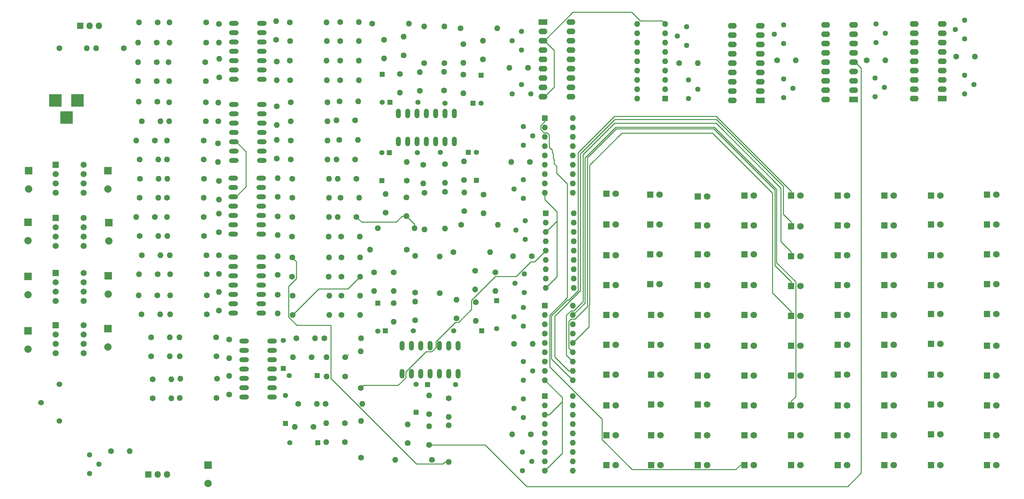
<source format=gbr>
G04 #@! TF.FileFunction,Copper,L2,Inr,Mixed*
%FSLAX46Y46*%
G04 Gerber Fmt 4.6, Leading zero omitted, Abs format (unit mm)*
G04 Created by KiCad (PCBNEW 4.0.7) date 05/30/18 17:14:45*
%MOMM*%
%LPD*%
G01*
G04 APERTURE LIST*
%ADD10C,0.100000*%
%ADD11R,1.600000X1.600000*%
%ADD12O,1.600000X1.600000*%
%ADD13C,1.600000*%
%ADD14R,2.000000X2.000000*%
%ADD15C,2.000000*%
%ADD16R,1.408000X1.408000*%
%ADD17C,1.408000*%
%ADD18R,1.800000X1.800000*%
%ADD19C,1.800000*%
%ADD20R,3.500000X3.500000*%
%ADD21C,1.524000*%
%ADD22C,1.440000*%
%ADD23O,2.641600X1.320800*%
%ADD24O,1.800000X1.800000*%
%ADD25R,1.676400X1.676400*%
%ADD26C,1.676400*%
%ADD27O,1.320800X2.641600*%
%ADD28R,2.400000X1.600000*%
%ADD29O,2.400000X1.600000*%
%ADD30C,0.250000*%
G04 APERTURE END LIST*
D10*
D11*
X245618000Y-72263000D03*
D12*
X237998000Y-51943000D03*
X245618000Y-69723000D03*
X237998000Y-54483000D03*
X245618000Y-67183000D03*
X237998000Y-57023000D03*
X245618000Y-64643000D03*
X237998000Y-59563000D03*
X245618000Y-62103000D03*
X237998000Y-62103000D03*
X245618000Y-59563000D03*
X237998000Y-64643000D03*
X245618000Y-57023000D03*
X237998000Y-67183000D03*
X245618000Y-54483000D03*
X237998000Y-69723000D03*
X245618000Y-51943000D03*
X237998000Y-72263000D03*
D13*
X169471112Y-103321620D03*
D12*
X169471112Y-98241620D03*
D13*
X120650000Y-51562000D03*
D12*
X110650000Y-51562000D03*
D13*
X120617000Y-57023000D03*
D12*
X110617000Y-57023000D03*
D13*
X120523000Y-67564000D03*
D12*
X110523000Y-67564000D03*
D13*
X120396000Y-62357000D03*
D12*
X110396000Y-62357000D03*
D13*
X80638000Y-58547000D03*
D12*
X88138000Y-58547000D03*
D13*
X98178000Y-58547000D03*
D12*
X90678000Y-58547000D03*
D14*
X72263000Y-91901000D03*
D15*
X72263000Y-96901000D03*
D14*
X72136000Y-105998000D03*
D15*
X72136000Y-110998000D03*
D14*
X72136000Y-120730000D03*
D15*
X72136000Y-125730000D03*
D14*
X72136000Y-135509000D03*
D15*
X72136000Y-140509000D03*
D14*
X93980000Y-120523000D03*
D15*
X93980000Y-125523000D03*
D14*
X94107000Y-106045000D03*
D15*
X94107000Y-111045000D03*
D14*
X93853000Y-134954000D03*
D15*
X93853000Y-139954000D03*
D14*
X93853000Y-91901000D03*
D15*
X93853000Y-96901000D03*
D13*
X143416000Y-61976000D03*
D12*
X153416000Y-61976000D03*
D13*
X143510000Y-67310000D03*
D12*
X153510000Y-67310000D03*
D13*
X143510000Y-56642000D03*
D12*
X153510000Y-56642000D03*
D13*
X143416000Y-51562000D03*
D12*
X153416000Y-51562000D03*
D13*
X120523000Y-78486000D03*
D12*
X110523000Y-78486000D03*
D13*
X120523000Y-73279000D03*
D12*
X110523000Y-73279000D03*
D13*
X119982000Y-83693000D03*
D12*
X109982000Y-83693000D03*
D13*
X119982000Y-88900000D03*
D12*
X109982000Y-88900000D03*
D13*
X143670000Y-83693000D03*
D12*
X153670000Y-83693000D03*
D13*
X143670000Y-88900000D03*
D12*
X153670000Y-88900000D03*
D13*
X143670000Y-78486000D03*
D12*
X153670000Y-78486000D03*
D13*
X143670000Y-73279000D03*
D12*
X153670000Y-73279000D03*
D13*
X109982000Y-99314000D03*
D12*
X119982000Y-99314000D03*
D13*
X120015000Y-94107000D03*
D12*
X110015000Y-94107000D03*
D13*
X119982000Y-104521000D03*
D12*
X109982000Y-104521000D03*
D13*
X120015000Y-109728000D03*
D12*
X110015000Y-109728000D03*
D13*
X144051000Y-104521000D03*
D12*
X154051000Y-104521000D03*
D13*
X144018000Y-109855000D03*
D12*
X154018000Y-109855000D03*
D13*
X144051000Y-99314000D03*
D12*
X154051000Y-99314000D03*
D13*
X144051000Y-94107000D03*
D12*
X154051000Y-94107000D03*
D13*
X120777000Y-120142000D03*
D12*
X110777000Y-120142000D03*
D13*
X120744000Y-114935000D03*
D12*
X110744000Y-114935000D03*
D13*
X120777000Y-125857000D03*
D12*
X110777000Y-125857000D03*
D13*
X120777000Y-131064000D03*
D12*
X110777000Y-131064000D03*
D13*
X144178000Y-125984000D03*
D12*
X154178000Y-125984000D03*
D13*
X144178000Y-131191000D03*
D12*
X154178000Y-131191000D03*
D13*
X144018000Y-120777000D03*
D12*
X154018000Y-120777000D03*
D13*
X144051000Y-115570000D03*
D12*
X154051000Y-115570000D03*
D13*
X123444000Y-142494000D03*
D12*
X113444000Y-142494000D03*
D13*
X123317000Y-137287000D03*
D12*
X113317000Y-137287000D03*
D13*
X123571000Y-148590000D03*
D12*
X113571000Y-148590000D03*
D13*
X123411000Y-153797000D03*
D12*
X113411000Y-153797000D03*
D13*
X153162000Y-155448000D03*
D12*
X163162000Y-155448000D03*
D13*
X152781000Y-137541000D03*
D12*
X162781000Y-137541000D03*
D13*
X180086000Y-97941620D03*
D12*
X180086000Y-107941620D03*
D13*
X185671112Y-97641620D03*
D12*
X185671112Y-107641620D03*
D13*
X162814000Y-170053000D03*
D12*
X162814000Y-160053000D03*
D13*
X162687000Y-151130000D03*
D12*
X162687000Y-141130000D03*
D13*
X167371112Y-107541620D03*
D12*
X177371112Y-107541620D03*
D13*
X190071112Y-106641620D03*
D12*
X200071112Y-106641620D03*
D13*
X185471112Y-62641620D03*
D12*
X185471112Y-52641620D03*
D13*
X179971112Y-62641620D03*
D12*
X179971112Y-52641620D03*
D13*
X184256910Y-125282688D03*
D12*
X184256910Y-115282688D03*
D13*
X189871112Y-53141620D03*
D12*
X199871112Y-53141620D03*
D13*
X165871112Y-51841620D03*
D12*
X175871112Y-51841620D03*
D13*
X187972910Y-114106688D03*
D12*
X197972910Y-114106688D03*
D13*
X177507993Y-125141433D03*
D12*
X177507993Y-115141433D03*
D13*
X186703993Y-161251433D03*
D12*
X186703993Y-171251433D03*
D13*
X175260000Y-113411000D03*
D12*
X165260000Y-113411000D03*
D13*
X182131993Y-170649433D03*
D12*
X172131993Y-170649433D03*
D14*
X121158000Y-172085000D03*
D15*
X121158000Y-177085000D03*
D16*
X142240000Y-160782000D03*
D17*
X142240000Y-153162000D03*
D16*
X141605000Y-145796000D03*
D17*
X141605000Y-138176000D03*
D16*
X170534112Y-86995620D03*
D17*
X178154112Y-86995620D03*
D16*
X191971112Y-86941620D03*
D17*
X184351112Y-86941620D03*
D16*
X151003000Y-165989000D03*
D17*
X143383000Y-165989000D03*
D16*
X150876000Y-147701000D03*
D17*
X143256000Y-147701000D03*
D16*
X168471112Y-94651620D03*
D17*
X168471112Y-87031620D03*
D16*
X194171112Y-94551620D03*
D17*
X194171112Y-86931620D03*
D16*
X193267112Y-73533620D03*
D17*
X185647112Y-73533620D03*
D16*
X170661112Y-73279620D03*
D17*
X178281112Y-73279620D03*
D16*
X195686910Y-135531396D03*
D17*
X188066910Y-135531396D03*
D16*
X195471112Y-65931620D03*
D17*
X195471112Y-73551620D03*
D16*
X168571112Y-65631620D03*
D17*
X168571112Y-73251620D03*
D16*
X199750910Y-127314688D03*
D17*
X199750910Y-134934688D03*
D16*
X169397993Y-135541433D03*
D17*
X177017993Y-135541433D03*
D16*
X180954910Y-150174688D03*
D17*
X188574910Y-150174688D03*
D16*
X167407993Y-127941433D03*
D17*
X167407993Y-135561433D03*
D16*
X177813993Y-157695433D03*
D17*
X177813993Y-150075433D03*
D18*
X229616000Y-172085000D03*
D19*
X232156000Y-172085000D03*
D18*
X267208000Y-172085000D03*
D19*
X269748000Y-172085000D03*
D18*
X229616000Y-163957000D03*
D19*
X232156000Y-163957000D03*
D18*
X267208000Y-163957000D03*
D19*
X269748000Y-163957000D03*
D18*
X229616000Y-155829000D03*
D19*
X232156000Y-155829000D03*
D18*
X267208000Y-155829000D03*
D19*
X269748000Y-155829000D03*
D18*
X229616000Y-147447000D03*
D19*
X232156000Y-147447000D03*
D18*
X267208000Y-147701000D03*
D19*
X269748000Y-147701000D03*
D18*
X229616000Y-139319000D03*
D19*
X232156000Y-139319000D03*
D18*
X267208000Y-139573000D03*
D19*
X269748000Y-139573000D03*
D18*
X229616000Y-131191000D03*
D19*
X232156000Y-131191000D03*
D18*
X267208000Y-131191000D03*
D19*
X269748000Y-131191000D03*
D18*
X229616000Y-123063000D03*
D19*
X232156000Y-123063000D03*
D18*
X267208000Y-123063000D03*
D19*
X269748000Y-123063000D03*
D18*
X229616000Y-114935000D03*
D19*
X232156000Y-114935000D03*
D18*
X267208000Y-114681000D03*
D19*
X269748000Y-114681000D03*
D18*
X229616000Y-106553000D03*
D19*
X232156000Y-106553000D03*
D18*
X267208000Y-106807000D03*
D19*
X269748000Y-106807000D03*
D18*
X229616000Y-98171000D03*
D19*
X232156000Y-98171000D03*
D18*
X267208000Y-98679000D03*
D19*
X269748000Y-98679000D03*
D18*
X241808000Y-172085000D03*
D19*
X244348000Y-172085000D03*
D18*
X279908000Y-172085000D03*
D19*
X282448000Y-172085000D03*
D18*
X241808000Y-163957000D03*
D19*
X244348000Y-163957000D03*
D18*
X279908000Y-163957000D03*
D19*
X282448000Y-163957000D03*
D18*
X241808000Y-155575000D03*
D19*
X244348000Y-155575000D03*
D18*
X279908000Y-155829000D03*
D19*
X282448000Y-155829000D03*
D18*
X241808000Y-147447000D03*
D19*
X244348000Y-147447000D03*
D18*
X279908000Y-147701000D03*
D19*
X282448000Y-147701000D03*
D18*
X241808000Y-139319000D03*
D19*
X244348000Y-139319000D03*
D18*
X279908000Y-139573000D03*
D19*
X282448000Y-139573000D03*
D18*
X241808000Y-131191000D03*
D19*
X244348000Y-131191000D03*
D18*
X279908000Y-131445000D03*
D19*
X282448000Y-131445000D03*
D18*
X241554000Y-122809000D03*
D19*
X244094000Y-122809000D03*
D18*
X279908000Y-123317000D03*
D19*
X282448000Y-123317000D03*
D18*
X241554000Y-114681000D03*
D19*
X244094000Y-114681000D03*
D18*
X279908000Y-115189000D03*
D19*
X282448000Y-115189000D03*
D18*
X241554000Y-106553000D03*
D19*
X244094000Y-106553000D03*
D18*
X279908000Y-107061000D03*
D19*
X282448000Y-107061000D03*
D18*
X241554000Y-98425000D03*
D19*
X244094000Y-98425000D03*
D18*
X279908000Y-98679000D03*
D19*
X282448000Y-98679000D03*
D18*
X254508000Y-172085000D03*
D19*
X257048000Y-172085000D03*
D18*
X292608000Y-172085000D03*
D19*
X295148000Y-172085000D03*
D18*
X254508000Y-163957000D03*
D19*
X257048000Y-163957000D03*
D18*
X292608000Y-163957000D03*
D19*
X295148000Y-163957000D03*
D18*
X254508000Y-155575000D03*
D19*
X257048000Y-155575000D03*
D18*
X292608000Y-155829000D03*
D19*
X295148000Y-155829000D03*
D18*
X254508000Y-147701000D03*
D19*
X257048000Y-147701000D03*
D18*
X292608000Y-147447000D03*
D19*
X295148000Y-147447000D03*
D18*
X254508000Y-139573000D03*
D19*
X257048000Y-139573000D03*
D18*
X292608000Y-139319000D03*
D19*
X295148000Y-139319000D03*
D18*
X254508000Y-131191000D03*
D19*
X257048000Y-131191000D03*
D18*
X292608000Y-131191000D03*
D19*
X295148000Y-131191000D03*
D18*
X254508000Y-123063000D03*
D19*
X257048000Y-123063000D03*
D18*
X292608000Y-123063000D03*
D19*
X295148000Y-123063000D03*
D18*
X254508000Y-114681000D03*
D19*
X257048000Y-114681000D03*
D18*
X292608000Y-114935000D03*
D19*
X295148000Y-114935000D03*
D18*
X254508000Y-106807000D03*
D19*
X257048000Y-106807000D03*
D18*
X292608000Y-106807000D03*
D19*
X295148000Y-106807000D03*
D18*
X254508000Y-98933000D03*
D19*
X257048000Y-98933000D03*
D18*
X292608000Y-98679000D03*
D19*
X295148000Y-98679000D03*
D18*
X318008000Y-172085000D03*
D19*
X320548000Y-172085000D03*
D18*
X318008000Y-163703000D03*
D19*
X320548000Y-163703000D03*
D18*
X318008000Y-155575000D03*
D19*
X320548000Y-155575000D03*
D18*
X318008000Y-147447000D03*
D19*
X320548000Y-147447000D03*
D18*
X318008000Y-139065000D03*
D19*
X320548000Y-139065000D03*
D18*
X318008000Y-130937000D03*
D19*
X320548000Y-130937000D03*
D18*
X318008000Y-123063000D03*
D19*
X320548000Y-123063000D03*
D18*
X318008000Y-114935000D03*
D19*
X320548000Y-114935000D03*
D18*
X318008000Y-106553000D03*
D19*
X320548000Y-106553000D03*
D18*
X318008000Y-98679000D03*
D19*
X320548000Y-98679000D03*
D18*
X305308000Y-172085000D03*
D19*
X307848000Y-172085000D03*
D18*
X305308000Y-163957000D03*
D19*
X307848000Y-163957000D03*
D18*
X305308000Y-155829000D03*
D19*
X307848000Y-155829000D03*
D18*
X305308000Y-147447000D03*
D19*
X307848000Y-147447000D03*
D18*
X305308000Y-139319000D03*
D19*
X307848000Y-139319000D03*
D18*
X305308000Y-131191000D03*
D19*
X307848000Y-131191000D03*
D18*
X305308000Y-123063000D03*
D19*
X307848000Y-123063000D03*
D18*
X305308000Y-114935000D03*
D19*
X307848000Y-114935000D03*
D18*
X305308000Y-106807000D03*
D19*
X307848000Y-106807000D03*
D18*
X305308000Y-98679000D03*
D19*
X307848000Y-98679000D03*
D18*
X333248000Y-172085000D03*
D19*
X335788000Y-172085000D03*
D18*
X333248000Y-163957000D03*
D19*
X335788000Y-163957000D03*
D18*
X333248000Y-155829000D03*
D19*
X335788000Y-155829000D03*
D18*
X333248000Y-147701000D03*
D19*
X335788000Y-147701000D03*
D18*
X333248000Y-139573000D03*
D19*
X335788000Y-139573000D03*
D18*
X333248000Y-130937000D03*
D19*
X335788000Y-130937000D03*
D18*
X333248000Y-122809000D03*
D19*
X335788000Y-122809000D03*
D18*
X333248000Y-114681000D03*
D19*
X335788000Y-114681000D03*
D18*
X333248000Y-106553000D03*
D19*
X335788000Y-106553000D03*
D18*
X333248000Y-98425000D03*
D19*
X335788000Y-98425000D03*
D20*
X85598000Y-72771000D03*
X79598000Y-72771000D03*
X82598000Y-77471000D03*
D21*
X75692000Y-155067000D03*
X80692000Y-150067000D03*
X80692000Y-160067000D03*
D13*
X107442000Y-51562000D03*
D12*
X102362000Y-51562000D03*
D13*
X107188000Y-57023000D03*
D12*
X102108000Y-57023000D03*
D13*
X124079000Y-51943000D03*
D12*
X124079000Y-57023000D03*
D13*
X107188000Y-67564000D03*
D12*
X102108000Y-67564000D03*
D13*
X107188000Y-62357000D03*
D12*
X102108000Y-62357000D03*
D13*
X124206000Y-66548000D03*
D12*
X124206000Y-61468000D03*
D13*
X157099000Y-61970920D03*
D12*
X162179000Y-61970920D03*
D13*
X157099000Y-67310000D03*
D12*
X162179000Y-67310000D03*
D13*
X139827000Y-62230000D03*
D12*
X139827000Y-67310000D03*
D13*
X157099000Y-51435000D03*
D12*
X162179000Y-51435000D03*
D13*
X157099000Y-56642000D03*
D12*
X162179000Y-56642000D03*
D13*
X139700000Y-56261000D03*
D12*
X139700000Y-51181000D03*
D13*
X107315000Y-73152000D03*
D12*
X102235000Y-73152000D03*
D13*
X103124000Y-78486000D03*
D12*
X108204000Y-78486000D03*
D13*
X123952000Y-78486000D03*
D12*
X123952000Y-73406000D03*
D13*
X106680000Y-83693000D03*
D12*
X101600000Y-83693000D03*
D13*
X102489000Y-88900000D03*
D12*
X107569000Y-88900000D03*
D13*
X123825000Y-84455000D03*
D12*
X123825000Y-89535000D03*
D13*
X156845000Y-83566000D03*
D12*
X161925000Y-83566000D03*
D13*
X161163000Y-88900000D03*
D12*
X156083000Y-88900000D03*
D13*
X139827000Y-88646000D03*
D12*
X139827000Y-83566000D03*
D13*
X156972000Y-73025000D03*
D12*
X162052000Y-73025000D03*
D13*
X161163000Y-78232000D03*
D12*
X156083000Y-78232000D03*
D13*
X139827000Y-74422000D03*
D12*
X139827000Y-79502000D03*
D13*
X102489000Y-99314000D03*
D12*
X107569000Y-99314000D03*
D13*
X102616000Y-94107000D03*
D12*
X107696000Y-94107000D03*
D13*
X124079000Y-94742000D03*
D12*
X124079000Y-99822000D03*
D13*
X106680000Y-104521000D03*
D12*
X101600000Y-104521000D03*
D13*
X102489000Y-109728000D03*
D12*
X107569000Y-109728000D03*
D13*
X124079000Y-108712000D03*
D12*
X124079000Y-103632000D03*
D13*
X157353000Y-109855000D03*
D12*
X162433000Y-109855000D03*
D13*
X161544000Y-104521000D03*
D12*
X156464000Y-104521000D03*
D13*
X140081000Y-104394000D03*
D12*
X140081000Y-109474000D03*
D13*
X157226000Y-99314000D03*
D12*
X162306000Y-99314000D03*
D13*
X161544000Y-94107000D03*
D12*
X156464000Y-94107000D03*
D13*
X140081000Y-99060000D03*
D12*
X140081000Y-93980000D03*
D13*
X107442000Y-120142000D03*
D12*
X102362000Y-120142000D03*
D13*
X103124000Y-114935000D03*
D12*
X108204000Y-114935000D03*
D13*
X124079000Y-114935000D03*
D12*
X124079000Y-120015000D03*
D13*
X107315000Y-125857000D03*
D12*
X102235000Y-125857000D03*
D13*
X102997000Y-131064000D03*
D12*
X108077000Y-131064000D03*
D13*
X124079000Y-130048000D03*
D12*
X124079000Y-124968000D03*
D13*
X157480000Y-131191000D03*
D12*
X162560000Y-131191000D03*
D13*
X157480000Y-125984000D03*
D12*
X162560000Y-125984000D03*
D13*
X140081000Y-125730000D03*
D12*
X140081000Y-130810000D03*
D13*
X157480000Y-120777000D03*
D12*
X162560000Y-120777000D03*
D13*
X157480000Y-115570000D03*
D12*
X162560000Y-115570000D03*
D13*
X140081000Y-120269000D03*
D12*
X140081000Y-115189000D03*
D13*
X105664000Y-142494000D03*
D12*
X110744000Y-142494000D03*
D13*
X105664000Y-137287000D03*
D12*
X110744000Y-137287000D03*
D13*
X106045000Y-153924000D03*
D12*
X111125000Y-153924000D03*
D13*
X106045000Y-148717000D03*
D12*
X111125000Y-148717000D03*
D13*
X126873000Y-152908000D03*
D12*
X126873000Y-147828000D03*
D13*
X145669000Y-155448000D03*
D12*
X150749000Y-155448000D03*
D13*
X145161000Y-137541000D03*
D12*
X150241000Y-137541000D03*
D13*
X179705000Y-90297000D03*
D12*
X179705000Y-95377000D03*
D13*
X185671112Y-90161620D03*
D12*
X185671112Y-95241620D03*
D13*
X149860000Y-161671000D03*
D12*
X144780000Y-161671000D03*
D13*
X149352000Y-142748000D03*
D12*
X144272000Y-142748000D03*
D13*
X175233112Y-94615620D03*
D12*
X175233112Y-89535620D03*
D13*
X190854112Y-94488620D03*
D12*
X190854112Y-89408620D03*
D13*
X158369000Y-165862000D03*
D12*
X153289000Y-165862000D03*
D13*
X158496000Y-147955000D03*
D12*
X153416000Y-147955000D03*
D13*
X190871112Y-102941620D03*
D12*
X190871112Y-97861620D03*
D13*
X158369000Y-160655000D03*
D12*
X153289000Y-160655000D03*
D13*
X158496000Y-142748000D03*
D12*
X153416000Y-142748000D03*
D13*
X175171112Y-99161620D03*
D12*
X175171112Y-104241620D03*
D13*
X196171112Y-98461620D03*
D12*
X196171112Y-103541620D03*
D13*
X185393112Y-70104620D03*
D12*
X185393112Y-65024620D03*
D13*
X178771112Y-70121620D03*
D12*
X178771112Y-65041620D03*
D13*
X188803993Y-132121433D03*
D12*
X188803993Y-127041433D03*
D13*
X190671112Y-65761620D03*
D12*
X190671112Y-70841620D03*
D13*
X173371112Y-65561620D03*
D12*
X173371112Y-70641620D03*
D13*
X194003993Y-127761433D03*
D12*
X194003993Y-132841433D03*
D13*
X190671112Y-57441620D03*
D12*
X190671112Y-62521620D03*
D13*
X169071112Y-56261620D03*
D12*
X169071112Y-61341620D03*
D13*
X193908910Y-119186688D03*
D12*
X193908910Y-124266688D03*
D13*
X195971112Y-61641620D03*
D12*
X195971112Y-56561620D03*
D13*
X174371112Y-60521620D03*
D12*
X174371112Y-55441620D03*
D13*
X199403993Y-119595433D03*
D12*
X199403993Y-124675433D03*
D13*
X177507993Y-132621433D03*
D12*
X177507993Y-127541433D03*
D13*
X186703993Y-153885433D03*
D12*
X186703993Y-158965433D03*
D13*
X171717993Y-127977433D03*
D12*
X171717993Y-133057433D03*
D13*
X181369993Y-158203433D03*
D12*
X181369993Y-153123433D03*
D13*
X171717993Y-119595433D03*
D12*
X171717993Y-124675433D03*
D13*
X181369993Y-166585433D03*
D12*
X181369993Y-161505433D03*
D13*
X166383993Y-119595433D03*
D12*
X166383993Y-124675433D03*
D13*
X175527993Y-166077433D03*
D12*
X175527993Y-160997433D03*
D13*
X208280000Y-63881000D03*
D12*
X203200000Y-63881000D03*
D13*
X208788000Y-89535000D03*
D12*
X203708000Y-89535000D03*
D13*
X209296000Y-115189000D03*
D12*
X204216000Y-115189000D03*
D13*
X204470000Y-139065000D03*
D12*
X209550000Y-139065000D03*
D13*
X209042000Y-163703000D03*
D12*
X203962000Y-163703000D03*
D13*
X249428000Y-62611000D03*
D12*
X254508000Y-62611000D03*
D13*
X300482000Y-61849000D03*
D12*
X305562000Y-61849000D03*
D13*
X276098000Y-61849000D03*
D12*
X281178000Y-61849000D03*
D13*
X324866000Y-60833000D03*
D12*
X329946000Y-60833000D03*
D22*
X207010000Y-79883000D03*
X209550000Y-82423000D03*
X207010000Y-84963000D03*
X206502000Y-59055000D03*
X203962000Y-56515000D03*
X206502000Y-53975000D03*
X203962000Y-70993000D03*
X206502000Y-68453000D03*
X209042000Y-70993000D03*
X207010000Y-99441000D03*
X204470000Y-96901000D03*
X207010000Y-94361000D03*
X207518000Y-110617000D03*
X204978000Y-108077000D03*
X207518000Y-105537000D03*
X207264000Y-125095000D03*
X204724000Y-122555000D03*
X207264000Y-120015000D03*
X207010000Y-143891000D03*
X209550000Y-146431000D03*
X207010000Y-148971000D03*
X251968000Y-67183000D03*
X254508000Y-69723000D03*
X251968000Y-72263000D03*
X207010000Y-159131000D03*
X204470000Y-156591000D03*
X207010000Y-154051000D03*
X206756000Y-168529000D03*
X209296000Y-171069000D03*
X206756000Y-173609000D03*
X251460000Y-57785000D03*
X248920000Y-55245000D03*
X251460000Y-52705000D03*
X88900000Y-169291000D03*
X91440000Y-171831000D03*
X88900000Y-174371000D03*
X303022000Y-51943000D03*
X305562000Y-54483000D03*
X303022000Y-57023000D03*
X277876000Y-66929000D03*
X280416000Y-69469000D03*
X277876000Y-72009000D03*
X327152000Y-56007000D03*
X324612000Y-53467000D03*
X327152000Y-50927000D03*
X207010000Y-134239000D03*
X204470000Y-131699000D03*
X207010000Y-129159000D03*
X302768000Y-66675000D03*
X305308000Y-69215000D03*
X302768000Y-71755000D03*
X277876000Y-57277000D03*
X275336000Y-54737000D03*
X277876000Y-52197000D03*
X327152000Y-65913000D03*
X329692000Y-68453000D03*
X327152000Y-70993000D03*
D23*
X128143000Y-51816000D03*
X128143000Y-54356000D03*
X128143000Y-67056000D03*
X135763000Y-67056000D03*
X128143000Y-56896000D03*
X128143000Y-59436000D03*
X128143000Y-64516000D03*
X128143000Y-61976000D03*
X135763000Y-64516000D03*
X135763000Y-61976000D03*
X135763000Y-59436000D03*
X135763000Y-56896000D03*
X135763000Y-54356000D03*
X135763000Y-51816000D03*
D18*
X86360000Y-52451000D03*
D24*
X88900000Y-52451000D03*
X91440000Y-52451000D03*
D25*
X79629000Y-90297000D03*
D26*
X79629000Y-92837000D03*
X79629000Y-95377000D03*
X79629000Y-97917000D03*
X87249000Y-97917000D03*
X87249000Y-95377000D03*
X87249000Y-92837000D03*
X87249000Y-90297000D03*
D25*
X79629000Y-104775000D03*
D26*
X79629000Y-107315000D03*
X79629000Y-109855000D03*
X79629000Y-112395000D03*
X87249000Y-112395000D03*
X87249000Y-109855000D03*
X87249000Y-107315000D03*
X87249000Y-104775000D03*
D25*
X79629000Y-119761000D03*
D26*
X79629000Y-122301000D03*
X79629000Y-124841000D03*
X79629000Y-127381000D03*
X87249000Y-127381000D03*
X87249000Y-124841000D03*
X87249000Y-122301000D03*
X87249000Y-119761000D03*
D25*
X79629000Y-133985000D03*
D26*
X79629000Y-136525000D03*
X79629000Y-139065000D03*
X79629000Y-141605000D03*
X87249000Y-141605000D03*
X87249000Y-139065000D03*
X87249000Y-136525000D03*
X87249000Y-133985000D03*
D23*
X128143000Y-73914000D03*
X128143000Y-76454000D03*
X128143000Y-89154000D03*
X135763000Y-89154000D03*
X128143000Y-78994000D03*
X128143000Y-81534000D03*
X128143000Y-86614000D03*
X128143000Y-84074000D03*
X135763000Y-86614000D03*
X135763000Y-84074000D03*
X135763000Y-81534000D03*
X135763000Y-78994000D03*
X135763000Y-76454000D03*
X135763000Y-73914000D03*
X128016000Y-93980000D03*
X128016000Y-96520000D03*
X128016000Y-109220000D03*
X135636000Y-109220000D03*
X128016000Y-99060000D03*
X128016000Y-101600000D03*
X128016000Y-106680000D03*
X128016000Y-104140000D03*
X135636000Y-106680000D03*
X135636000Y-104140000D03*
X135636000Y-101600000D03*
X135636000Y-99060000D03*
X135636000Y-96520000D03*
X135636000Y-93980000D03*
X128016000Y-115443000D03*
X128016000Y-117983000D03*
X128016000Y-130683000D03*
X135636000Y-130683000D03*
X128016000Y-120523000D03*
X128016000Y-123063000D03*
X128016000Y-128143000D03*
X128016000Y-125603000D03*
X135636000Y-128143000D03*
X135636000Y-125603000D03*
X135636000Y-123063000D03*
X135636000Y-120523000D03*
X135636000Y-117983000D03*
X135636000Y-115443000D03*
X130937000Y-138303000D03*
X130937000Y-140843000D03*
X130937000Y-153543000D03*
X138557000Y-153543000D03*
X130937000Y-143383000D03*
X130937000Y-145923000D03*
X130937000Y-151003000D03*
X130937000Y-148463000D03*
X138557000Y-151003000D03*
X138557000Y-148463000D03*
X138557000Y-145923000D03*
X138557000Y-143383000D03*
X138557000Y-140843000D03*
X138557000Y-138303000D03*
D27*
X172947112Y-83947620D03*
X175487112Y-83947620D03*
X188187112Y-83947620D03*
X188187112Y-76327620D03*
X178027112Y-83947620D03*
X180567112Y-83947620D03*
X185647112Y-83947620D03*
X183107112Y-83947620D03*
X185647112Y-76327620D03*
X183107112Y-76327620D03*
X180567112Y-76327620D03*
X178027112Y-76327620D03*
X175487112Y-76327620D03*
X172947112Y-76327620D03*
X189230000Y-139573000D03*
X186690000Y-139573000D03*
X173990000Y-139573000D03*
X173990000Y-147193000D03*
X184150000Y-139573000D03*
X181610000Y-139573000D03*
X176530000Y-139573000D03*
X179070000Y-139573000D03*
X176530000Y-147193000D03*
X179070000Y-147193000D03*
X181610000Y-147193000D03*
X184150000Y-147193000D03*
X186690000Y-147193000D03*
X189230000Y-147193000D03*
D28*
X212344000Y-51435000D03*
D29*
X219964000Y-71755000D03*
X212344000Y-53975000D03*
X219964000Y-69215000D03*
X212344000Y-56515000D03*
X219964000Y-66675000D03*
X212344000Y-59055000D03*
X219964000Y-64135000D03*
X212344000Y-61595000D03*
X219964000Y-61595000D03*
X212344000Y-64135000D03*
X219964000Y-59055000D03*
X212344000Y-66675000D03*
X219964000Y-56515000D03*
X212344000Y-69215000D03*
X219964000Y-53975000D03*
X212344000Y-71755000D03*
X219964000Y-51435000D03*
D11*
X212852000Y-77597000D03*
D12*
X220472000Y-97917000D03*
X212852000Y-80137000D03*
X220472000Y-95377000D03*
X212852000Y-82677000D03*
X220472000Y-92837000D03*
X212852000Y-85217000D03*
X220472000Y-90297000D03*
X212852000Y-87757000D03*
X220472000Y-87757000D03*
X212852000Y-90297000D03*
X220472000Y-85217000D03*
X212852000Y-92837000D03*
X220472000Y-82677000D03*
X212852000Y-95377000D03*
X220472000Y-80137000D03*
X212852000Y-97917000D03*
X220472000Y-77597000D03*
D11*
X213106000Y-103505000D03*
D12*
X220726000Y-123825000D03*
X213106000Y-106045000D03*
X220726000Y-121285000D03*
X213106000Y-108585000D03*
X220726000Y-118745000D03*
X213106000Y-111125000D03*
X220726000Y-116205000D03*
X213106000Y-113665000D03*
X220726000Y-113665000D03*
X213106000Y-116205000D03*
X220726000Y-111125000D03*
X213106000Y-118745000D03*
X220726000Y-108585000D03*
X213106000Y-121285000D03*
X220726000Y-106045000D03*
X213106000Y-123825000D03*
X220726000Y-103505000D03*
D11*
X212852000Y-128651000D03*
D12*
X220472000Y-148971000D03*
X212852000Y-131191000D03*
X220472000Y-146431000D03*
X212852000Y-133731000D03*
X220472000Y-143891000D03*
X212852000Y-136271000D03*
X220472000Y-141351000D03*
X212852000Y-138811000D03*
X220472000Y-138811000D03*
X212852000Y-141351000D03*
X220472000Y-136271000D03*
X212852000Y-143891000D03*
X220472000Y-133731000D03*
X212852000Y-146431000D03*
X220472000Y-131191000D03*
X212852000Y-148971000D03*
X220472000Y-128651000D03*
D11*
X212852000Y-153289000D03*
D12*
X220472000Y-173609000D03*
X212852000Y-155829000D03*
X220472000Y-171069000D03*
X212852000Y-158369000D03*
X220472000Y-168529000D03*
X212852000Y-160909000D03*
X220472000Y-165989000D03*
X212852000Y-163449000D03*
X220472000Y-163449000D03*
X212852000Y-165989000D03*
X220472000Y-160909000D03*
X212852000Y-168529000D03*
X220472000Y-158369000D03*
X212852000Y-171069000D03*
X220472000Y-155829000D03*
X212852000Y-173609000D03*
X220472000Y-153289000D03*
D18*
X104902000Y-174625000D03*
D24*
X107442000Y-174625000D03*
X109982000Y-174625000D03*
D28*
X296926000Y-72517000D03*
D29*
X289306000Y-52197000D03*
X296926000Y-69977000D03*
X289306000Y-54737000D03*
X296926000Y-67437000D03*
X289306000Y-57277000D03*
X296926000Y-64897000D03*
X289306000Y-59817000D03*
X296926000Y-62357000D03*
X289306000Y-62357000D03*
X296926000Y-59817000D03*
X289306000Y-64897000D03*
X296926000Y-57277000D03*
X289306000Y-67437000D03*
X296926000Y-54737000D03*
X289306000Y-69977000D03*
X296926000Y-52197000D03*
X289306000Y-72517000D03*
D28*
X271526000Y-72771000D03*
D29*
X263906000Y-52451000D03*
X271526000Y-70231000D03*
X263906000Y-54991000D03*
X271526000Y-67691000D03*
X263906000Y-57531000D03*
X271526000Y-65151000D03*
X263906000Y-60071000D03*
X271526000Y-62611000D03*
X263906000Y-62611000D03*
X271526000Y-60071000D03*
X263906000Y-65151000D03*
X271526000Y-57531000D03*
X263906000Y-67691000D03*
X271526000Y-54991000D03*
X263906000Y-70231000D03*
X271526000Y-52451000D03*
X263906000Y-72771000D03*
D28*
X321056000Y-72263000D03*
D29*
X313436000Y-51943000D03*
X321056000Y-69723000D03*
X313436000Y-54483000D03*
X321056000Y-67183000D03*
X313436000Y-57023000D03*
X321056000Y-64643000D03*
X313436000Y-59563000D03*
X321056000Y-62103000D03*
X313436000Y-62103000D03*
X321056000Y-59563000D03*
X313436000Y-64643000D03*
X321056000Y-57023000D03*
X313436000Y-67183000D03*
X321056000Y-54483000D03*
X313436000Y-69723000D03*
X321056000Y-51943000D03*
X313436000Y-72263000D03*
D13*
X126873000Y-137922000D03*
D12*
X126873000Y-143002000D03*
D13*
X94742000Y-168275000D03*
D12*
X99822000Y-168275000D03*
D30*
X215392000Y-59163000D02*
X215392000Y-69107000D01*
X215392000Y-69107000D02*
X212744000Y-71755000D01*
X212744000Y-71755000D02*
X212344000Y-71755000D01*
X212744000Y-56515000D02*
X215392000Y-59163000D01*
X236488002Y-48768000D02*
X220491000Y-48768000D01*
X220491000Y-48768000D02*
X212744000Y-56515000D01*
X212744000Y-56515000D02*
X212344000Y-56515000D01*
X245618000Y-51943000D02*
X244818001Y-51143001D01*
X244818001Y-51143001D02*
X238863003Y-51143001D01*
X238863003Y-51143001D02*
X236488002Y-48768000D01*
X217551000Y-154178000D02*
X217551000Y-154813000D01*
X217551000Y-154813000D02*
X217551000Y-168910000D01*
X212852000Y-158369000D02*
X213983370Y-158369000D01*
X213983370Y-158369000D02*
X217539370Y-154813000D01*
X217539370Y-154813000D02*
X217551000Y-154813000D01*
X217551000Y-153670000D02*
X217551000Y-154178000D01*
X212852000Y-148971000D02*
X217551000Y-153670000D01*
X217551000Y-168910000D02*
X213651999Y-172809001D01*
X213651999Y-172809001D02*
X212852000Y-173609000D01*
X216154000Y-103124000D02*
X216154000Y-105664000D01*
X216154000Y-105664000D02*
X216154000Y-120777000D01*
X213106000Y-108585000D02*
X213905999Y-107785001D01*
X213905999Y-107785001D02*
X214032999Y-107785001D01*
X214032999Y-107785001D02*
X216154000Y-105664000D01*
X216154000Y-120777000D02*
X213106000Y-123825000D01*
X212852000Y-99822000D02*
X216154000Y-103124000D01*
X212852000Y-97917000D02*
X212852000Y-99822000D01*
X131445000Y-96291400D02*
X131445000Y-86715600D01*
X131445000Y-86715600D02*
X128803400Y-84074000D01*
X128803400Y-84074000D02*
X128143000Y-84074000D01*
X128016000Y-99060000D02*
X128676400Y-99060000D01*
X128676400Y-99060000D02*
X131445000Y-96291400D01*
X175171112Y-104241620D02*
X177371112Y-106441620D01*
X177371112Y-106441620D02*
X177371112Y-107541620D01*
X172363362Y-105918000D02*
X162941000Y-105918000D01*
X162941000Y-105918000D02*
X161544000Y-104521000D01*
X175171112Y-104241620D02*
X174039742Y-104241620D01*
X174039742Y-104241620D02*
X172363362Y-105918000D01*
X159295999Y-141948001D02*
X158496000Y-142748000D01*
X159258000Y-124079000D02*
X151290000Y-124079000D01*
X151290000Y-124079000D02*
X144178000Y-131191000D01*
X162560000Y-120777000D02*
X159258000Y-124079000D01*
X186703993Y-171251433D02*
X185572623Y-171251433D01*
X185572623Y-171251433D02*
X185049622Y-171774434D01*
X185049622Y-171774434D02*
X177823432Y-171774434D01*
X154541001Y-148492003D02*
X154541001Y-133967001D01*
X145143001Y-121317001D02*
X145143001Y-116662001D01*
X177823432Y-171774434D02*
X154541001Y-148492003D01*
X154541001Y-133967001D02*
X145288999Y-133967001D01*
X145288999Y-133967001D02*
X143052999Y-131731001D01*
X143052999Y-131731001D02*
X143052999Y-123407003D01*
X145143001Y-116662001D02*
X144850999Y-116369999D01*
X143052999Y-123407003D02*
X145143001Y-121317001D01*
X144850999Y-116369999D02*
X144051000Y-115570000D01*
X162687000Y-151130000D02*
X163486999Y-150330001D01*
X188422586Y-133246434D02*
X189343994Y-133246434D01*
X163486999Y-150330001D02*
X172906979Y-150330001D01*
X172906979Y-150330001D02*
X174975410Y-148261570D01*
X199379990Y-120720434D02*
X205011964Y-120720434D01*
X174975410Y-148261570D02*
X174975410Y-146693610D01*
X212306001Y-114464999D02*
X213106000Y-113665000D01*
X174975410Y-146693610D02*
X180450210Y-141218810D01*
X180450210Y-141218810D02*
X182018170Y-141218810D01*
X182018170Y-141218810D02*
X183164590Y-140072390D01*
X183164590Y-140072390D02*
X183164590Y-138504430D01*
X183164590Y-138504430D02*
X188422586Y-133246434D01*
X189343994Y-133246434D02*
X192878992Y-129711436D01*
X208987397Y-116745001D02*
X210025999Y-116745001D01*
X192878992Y-129711436D02*
X192878992Y-127221432D01*
X192878992Y-127221432D02*
X199379990Y-120720434D01*
X205011964Y-120720434D02*
X208987397Y-116745001D01*
X210025999Y-116745001D02*
X212306001Y-114464999D01*
X181369993Y-166585433D02*
X196557433Y-166585433D01*
X196557433Y-166585433D02*
X207899000Y-177927000D01*
X298958000Y-63989000D02*
X297326000Y-62357000D01*
X207899000Y-177927000D02*
X295275000Y-177927000D01*
X295275000Y-177927000D02*
X298958000Y-174244000D01*
X298958000Y-174244000D02*
X298958000Y-63989000D01*
X297326000Y-62357000D02*
X296926000Y-62357000D01*
X212852000Y-77597000D02*
X212852000Y-78471998D01*
X212852000Y-78471998D02*
X211726999Y-79596999D01*
X211726999Y-79596999D02*
X211726999Y-80662999D01*
X211726999Y-80662999D02*
X212615999Y-81551999D01*
X214884000Y-86995000D02*
X215138000Y-87249000D01*
X218948000Y-95504000D02*
X218948000Y-126490590D01*
X212615999Y-81551999D02*
X213392001Y-81551999D01*
X213392001Y-81551999D02*
X213977001Y-82136999D01*
X213977001Y-82136999D02*
X213977001Y-85453001D01*
X214179990Y-145331988D02*
X228390999Y-159542997D01*
X213977001Y-85453001D02*
X214884000Y-86360000D01*
X214884000Y-86360000D02*
X214884000Y-86995000D01*
X215138000Y-87249000D02*
X215138000Y-88519000D01*
X214179990Y-131258600D02*
X214179990Y-145331988D01*
X215138000Y-88519000D02*
X215392000Y-88773000D01*
X215392000Y-88773000D02*
X215392000Y-90043000D01*
X215392000Y-90043000D02*
X216027000Y-90678000D01*
X216027000Y-92583000D02*
X218948000Y-95504000D01*
X218948000Y-126490590D02*
X214179990Y-131258600D01*
X266058000Y-172085000D02*
X267208000Y-172085000D01*
X216027000Y-90678000D02*
X216027000Y-92583000D01*
X228390999Y-159542997D02*
X228390999Y-165117001D01*
X228390999Y-165117001D02*
X236583999Y-173310001D01*
X264832999Y-173310001D02*
X266058000Y-172085000D01*
X236583999Y-173310001D02*
X264832999Y-173310001D01*
X220472000Y-131191000D02*
X223716010Y-127946990D01*
X223716010Y-127946990D02*
X223716010Y-88448580D01*
X223716010Y-88448580D02*
X232096600Y-80067990D01*
X232096600Y-80067990D02*
X259012401Y-80067991D01*
X281133001Y-122156999D02*
X281133001Y-153453999D01*
X259012401Y-80067991D02*
X275913010Y-96968600D01*
X275913010Y-96968600D02*
X275913010Y-116937008D01*
X281133001Y-153453999D02*
X279908000Y-154679000D01*
X275913010Y-116937008D02*
X281133001Y-122156999D01*
X279908000Y-154679000D02*
X279908000Y-155829000D01*
X225044000Y-90424000D02*
X225044000Y-128397000D01*
X224859010Y-128581990D02*
X224859010Y-134423990D01*
X225044000Y-128397000D02*
X224859010Y-128581990D01*
X221271999Y-138011001D02*
X220472000Y-138811000D01*
X224859010Y-134423990D02*
X221271999Y-138011001D01*
X258445000Y-81661000D02*
X233807000Y-81661000D01*
X233807000Y-81661000D02*
X225044000Y-90424000D01*
X274828000Y-125215000D02*
X274828000Y-98044000D01*
X274828000Y-98044000D02*
X258445000Y-81661000D01*
X279908000Y-131445000D02*
X279908000Y-130295000D01*
X279908000Y-130295000D02*
X274828000Y-125215000D01*
X220472000Y-141351000D02*
X219346999Y-140225999D01*
X219346999Y-140225999D02*
X219346999Y-132901001D01*
X219346999Y-132901001D02*
X219931999Y-132316001D01*
X219931999Y-132316001D02*
X221012001Y-132316001D01*
X275463000Y-97155000D02*
X275463000Y-117722000D01*
X221012001Y-132316001D02*
X224409000Y-128919002D01*
X224409000Y-128919002D02*
X224409000Y-88392000D01*
X224409000Y-88392000D02*
X232283000Y-80518000D01*
X232283000Y-80518000D02*
X258826000Y-80518000D01*
X258826000Y-80518000D02*
X275463000Y-97155000D01*
X275463000Y-117722000D02*
X279908000Y-122167000D01*
X279908000Y-122167000D02*
X279908000Y-123317000D01*
X279908000Y-115189000D02*
X279908000Y-114039000D01*
X277114000Y-111245000D02*
X277114000Y-96647000D01*
X279908000Y-114039000D02*
X277114000Y-111245000D01*
X223266000Y-87503000D02*
X223266000Y-127522002D01*
X277114000Y-96647000D02*
X259461000Y-78994000D01*
X259461000Y-78994000D02*
X231775000Y-78994000D01*
X223266000Y-127522002D02*
X220722003Y-130065999D01*
X220722003Y-130065999D02*
X219931999Y-130065999D01*
X231775000Y-78994000D02*
X223266000Y-87503000D01*
X218694000Y-142113000D02*
X220472000Y-143891000D01*
X219931999Y-130065999D02*
X218694000Y-131303998D01*
X218694000Y-131303998D02*
X218694000Y-142113000D01*
X277749000Y-96139000D02*
X277749000Y-103752000D01*
X220472000Y-146431000D02*
X219340630Y-146431000D01*
X219340630Y-146431000D02*
X215519000Y-142609370D01*
X215519000Y-142609370D02*
X215519000Y-131573410D01*
X277749000Y-103752000D02*
X279908000Y-105911000D01*
X215519000Y-131573410D02*
X222504000Y-124588410D01*
X231902000Y-77978000D02*
X259588000Y-77978000D01*
X222504000Y-124588410D02*
X222504000Y-87376000D01*
X222504000Y-87376000D02*
X231902000Y-77978000D01*
X259588000Y-77978000D02*
X277749000Y-96139000D01*
X279908000Y-105911000D02*
X279908000Y-107061000D01*
X214630000Y-131445000D02*
X214630000Y-143129000D01*
X214630000Y-143129000D02*
X220472000Y-148971000D01*
X218965999Y-127109001D02*
X214630000Y-131445000D01*
X219346999Y-127109001D02*
X218965999Y-127109001D01*
X221851001Y-124604999D02*
X219346999Y-127109001D01*
X219346999Y-147845999D02*
X219672001Y-148171001D01*
X219672001Y-148171001D02*
X220472000Y-148971000D01*
X231775000Y-77089000D02*
X221851001Y-87012999D01*
X221851001Y-87012999D02*
X221851001Y-124604999D01*
X259468000Y-77089000D02*
X231775000Y-77089000D01*
X279908000Y-98679000D02*
X279908000Y-97529000D01*
X279908000Y-97529000D02*
X259468000Y-77089000D01*
M02*

</source>
